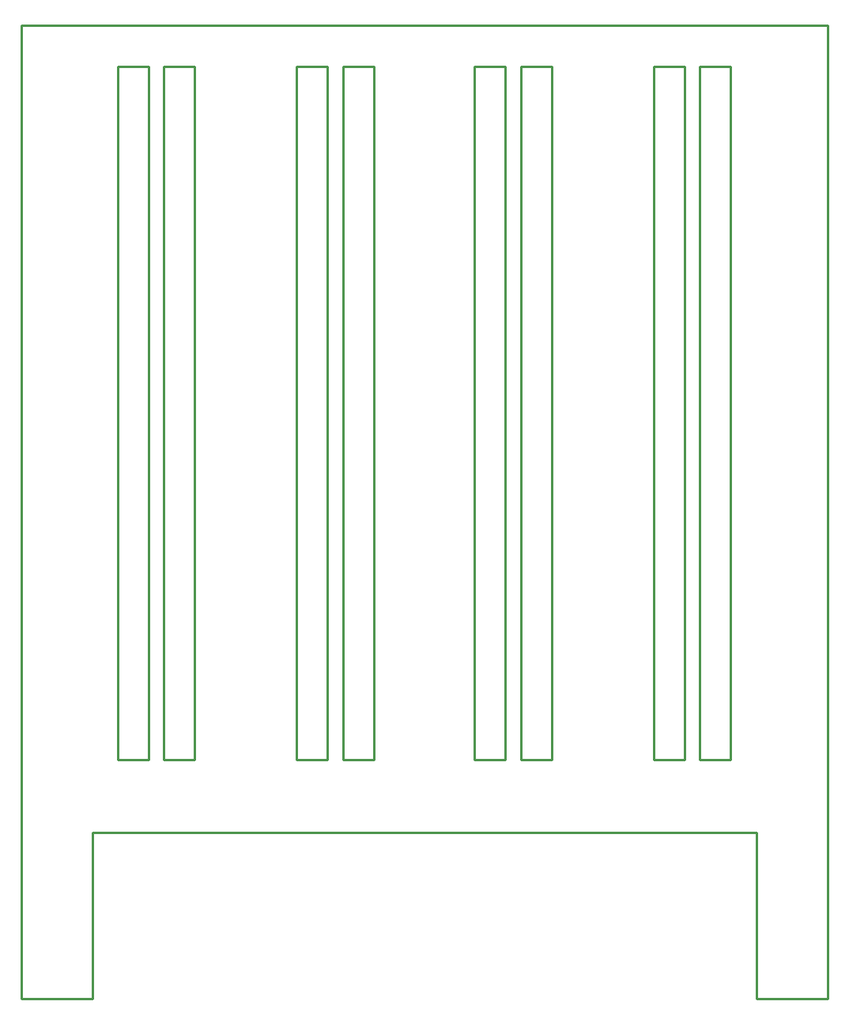
<source format=gko>
G04 Layer: BoardOutlineLayer*
G04 EasyEDA v6.5.29, 2023-07-16 15:11:24*
G04 059a78b381184c078b0ffcdb84c62da3,5a6b42c53f6a479593ecc07194224c93,10*
G04 Gerber Generator version 0.2*
G04 Scale: 100 percent, Rotated: No, Reflected: No *
G04 Dimensions in millimeters *
G04 leading zeros omitted , absolute positions ,4 integer and 5 decimal *
%FSLAX45Y45*%
%MOMM*%

%ADD10C,0.2540*%
D10*
X254000Y11684000D02*
G01*
X8890000Y11684000D01*
X8890000Y1270000D01*
X8128000Y1270000D01*
X8128000Y3048000D01*
X1016000Y3048000D01*
X1016000Y1270000D01*
X254000Y1270000D01*
X254000Y11684000D01*
X1778000Y11239500D02*
G01*
X1778000Y3822700D01*
X1778000Y3822700D02*
G01*
X2108200Y3822700D01*
X2108200Y3822700D02*
G01*
X2108200Y11239500D01*
X2108200Y11239500D02*
G01*
X1778000Y11239500D01*
X1282700Y11239500D02*
G01*
X1282700Y3822700D01*
X1282700Y3822700D02*
G01*
X1612900Y3822700D01*
X1612900Y3822700D02*
G01*
X1612900Y11239500D01*
X1612900Y11239500D02*
G01*
X1282700Y11239500D01*
X3695700Y11239500D02*
G01*
X3695700Y3822700D01*
X3695700Y3822700D02*
G01*
X4025900Y3822700D01*
X4025900Y3822700D02*
G01*
X4025900Y11239500D01*
X4025900Y11239500D02*
G01*
X3695700Y11239500D01*
X3200400Y11239500D02*
G01*
X3200400Y3822700D01*
X3200400Y3822700D02*
G01*
X3530600Y3822700D01*
X3530600Y3822700D02*
G01*
X3530600Y11239500D01*
X3530600Y11239500D02*
G01*
X3200400Y11239500D01*
X5600700Y11239500D02*
G01*
X5600700Y3822700D01*
X5600700Y3822700D02*
G01*
X5930900Y3822700D01*
X5930900Y3822700D02*
G01*
X5930900Y11239500D01*
X5930900Y11239500D02*
G01*
X5600700Y11239500D01*
X5105400Y11239500D02*
G01*
X5105400Y3822700D01*
X5105400Y3822700D02*
G01*
X5435600Y3822700D01*
X5435600Y3822700D02*
G01*
X5435600Y11239500D01*
X5435600Y11239500D02*
G01*
X5105400Y11239500D01*
X7518400Y11239500D02*
G01*
X7518400Y3822700D01*
X7518400Y3822700D02*
G01*
X7848600Y3822700D01*
X7848600Y3822700D02*
G01*
X7848600Y11239500D01*
X7848600Y11239500D02*
G01*
X7518400Y11239500D01*
X7023100Y11239500D02*
G01*
X7023100Y3822700D01*
X7023100Y3822700D02*
G01*
X7353300Y3822700D01*
X7353300Y3822700D02*
G01*
X7353300Y11239500D01*
X7353300Y11239500D02*
G01*
X7023100Y11239500D01*

%LPD*%
M02*

</source>
